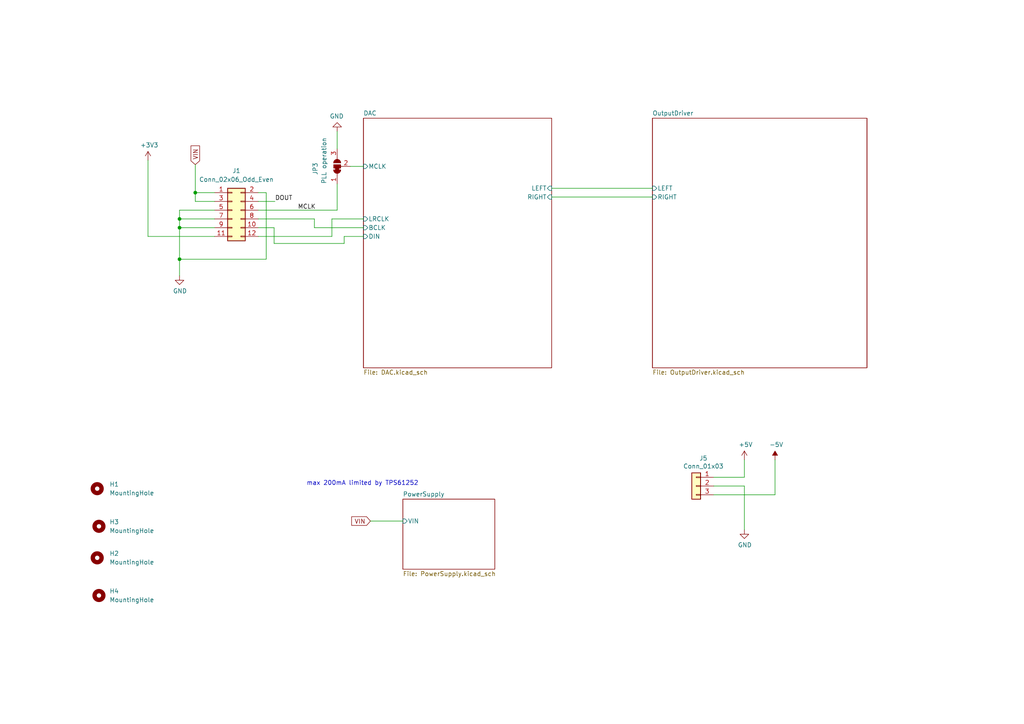
<source format=kicad_sch>
(kicad_sch (version 20211123) (generator eeschema)
  (paper "A4")
  (lib_symbols
    (symbol "Connector_Generic:Conn_01x03" (pin_names (offset 1.016) hide)
      (property "Reference" "J" (at 0 5.08 0))
      (property "Value" "Conn_01x03" (at 0 -5.08 0))
      (symbol "Conn_01x03_1_1"
        (rectangle (start -1.27 -2.413) (end 0 -2.667) (stroke (width 0.1524)))
        (rectangle (start -1.27 0.127) (end 0 -0.127) (stroke (width 0.1524)))
        (rectangle (start -1.27 2.667) (end 0 2.413) (stroke (width 0.1524)))
        (rectangle (start -1.27 3.81) (end 1.27 -3.81) (stroke (width 0.254)) (fill (type background)))
        (pin passive line (at -5.08 2.54 0) (length 3.81) (name "Pin_1") (number "1"))
        (pin passive line (at -5.08 0 0) (length 3.81) (name "Pin_2") (number "2"))
        (pin passive line (at -5.08 -2.54 0) (length 3.81) (name "Pin_3") (number "3"))
      )
    )
    (symbol "Connector_Generic:Conn_02x06_Odd_Even" (pin_names (offset 1.016) hide)
      (property "Reference" "J" (at 1.27 7.62 0))
      (property "Value" "Conn_02x06_Odd_Even" (at 1.27 -10.16 0))
      (symbol "Conn_02x06_Odd_Even_1_1"
        (rectangle (start -1.27 -7.493) (end 0 -7.747) (stroke (width 0.1524)))
        (rectangle (start -1.27 -4.953) (end 0 -5.207) (stroke (width 0.1524)))
        (rectangle (start -1.27 -2.413) (end 0 -2.667) (stroke (width 0.1524)))
        (rectangle (start -1.27 0.127) (end 0 -0.127) (stroke (width 0.1524)))
        (rectangle (start -1.27 2.667) (end 0 2.413) (stroke (width 0.1524)))
        (rectangle (start -1.27 5.207) (end 0 4.953) (stroke (width 0.1524)))
        (rectangle (start -1.27 6.35) (end 3.81 -8.89) (stroke (width 0.254)) (fill (type background)))
        (rectangle (start 3.81 -7.493) (end 2.54 -7.747) (stroke (width 0.1524)))
        (rectangle (start 3.81 -4.953) (end 2.54 -5.207) (stroke (width 0.1524)))
        (rectangle (start 3.81 -2.413) (end 2.54 -2.667) (stroke (width 0.1524)))
        (rectangle (start 3.81 0.127) (end 2.54 -0.127) (stroke (width 0.1524)))
        (rectangle (start 3.81 2.667) (end 2.54 2.413) (stroke (width 0.1524)))
        (rectangle (start 3.81 5.207) (end 2.54 4.953) (stroke (width 0.1524)))
        (pin passive line (at -5.08 5.08 0) (length 3.81) (name "Pin_1") (number "1"))
        (pin passive line (at 7.62 -5.08 180) (length 3.81) (name "Pin_10") (number "10"))
        (pin passive line (at -5.08 -7.62 0) (length 3.81) (name "Pin_11") (number "11"))
        (pin passive line (at 7.62 -7.62 180) (length 3.81) (name "Pin_12") (number "12"))
        (pin passive line (at 7.62 5.08 180) (length 3.81) (name "Pin_2") (number "2"))
        (pin passive line (at -5.08 2.54 0) (length 3.81) (name "Pin_3") (number "3"))
        (pin passive line (at 7.62 2.54 180) (length 3.81) (name "Pin_4") (number "4"))
        (pin passive line (at -5.08 0 0) (length 3.81) (name "Pin_5") (number "5"))
        (pin passive line (at 7.62 0 180) (length 3.81) (name "Pin_6") (number "6"))
        (pin passive line (at -5.08 -2.54 0) (length 3.81) (name "Pin_7") (number "7"))
        (pin passive line (at 7.62 -2.54 180) (length 3.81) (name "Pin_8") (number "8"))
        (pin passive line (at -5.08 -5.08 0) (length 3.81) (name "Pin_9") (number "9"))
      )
    )
    (symbol "Jumper:SolderJumper_3_Bridged12" (pin_names (offset 0) hide)
      (property "Reference" "JP" (at -2.54 -2.54 0))
      (property "Value" "SolderJumper_3_Bridged12" (at 0 2.794 0))
      (symbol "SolderJumper_3_Bridged12_0_1"
        (rectangle (start -1.016 0.508) (end -0.508 -0.508) (fill (type outline)))
        (arc (start -1.016 1.016) (mid -2.032 0) (end -1.016 -1.016))
        (arc (start -1.016 1.016) (mid -2.032 0) (end -1.016 -1.016) (fill (type outline)))
        (rectangle (start -0.508 1.016) (end 0.508 -1.016) (fill (type outline)))
        (polyline (pts (xy -2.54 0) (xy -2.032 0)))
        (polyline (pts (xy -1.016 1.016) (xy -1.016 -1.016)))
        (polyline (pts (xy 0 -1.27) (xy 0 -1.016)))
        (polyline (pts (xy 1.016 1.016) (xy 1.016 -1.016)))
        (polyline (pts (xy 2.54 0) (xy 2.032 0)))
        (arc (start 1.016 -1.016) (mid 2.032 0) (end 1.016 1.016))
        (arc (start 1.016 -1.016) (mid 2.032 0) (end 1.016 1.016) (fill (type outline)))
      )
      (symbol "SolderJumper_3_Bridged12_1_1"
        (pin passive line (at -5.08 0 0) (length 2.54) (name "A") (number "1"))
        (pin input line (at 0 -3.81 90) (length 2.54) (name "C") (number "2"))
        (pin passive line (at 5.08 0 180) (length 2.54) (name "B") (number "3"))
      )
    )
    (symbol "Mechanical:MountingHole" (pin_names (offset 1.016))
      (property "Reference" "H" (at 0 5.08 0))
      (property "Value" "MountingHole" (at 0 3.175 0))
      (symbol "MountingHole_0_1"
        (circle (center 0 0) (radius 1.27) (stroke (width 1.27)))
      )
    )
    (symbol "power:+3.3V" (power) (pin_names (offset 0))
      (property "Value" "+3.3V" (at 0 3.556 0))
      (symbol "+3.3V_0_1"
        (polyline (pts (xy -0.762 1.27) (xy 0 2.54)))
        (polyline (pts (xy 0 0) (xy 0 2.54)))
        (polyline (pts (xy 0 2.54) (xy 0.762 1.27)))
      )
      (symbol "+3.3V_1_1"
        (pin power_in line (at 0 0 90) (length 0) hide (name "+3V3") (number "1"))
      )
    )
    (symbol "power:+5V" (power) (pin_names (offset 0))
      (property "Value" "+5V" (at 0 3.556 0))
      (symbol "+5V_0_1"
        (polyline (pts (xy -0.762 1.27) (xy 0 2.54)))
        (polyline (pts (xy 0 0) (xy 0 2.54)))
        (polyline (pts (xy 0 2.54) (xy 0.762 1.27)))
      )
      (symbol "+5V_1_1"
        (pin power_in line (at 0 0 90) (length 0) hide (name "+5V") (number "1"))
      )
    )
    (symbol "power:-5V" (power) (pin_names (offset 0))
      (property "Value" "-5V" (at 0 3.81 0))
      (symbol "-5V_0_0"
        (pin power_in line (at 0 0 90) (length 0) hide (name "-5V") (number "1"))
      )
      (symbol "-5V_0_1"
        (polyline (pts (xy 0 0) (xy 0 1.27) (xy 0.762 1.27) (xy 0 2.54) (xy -0.762 1.27) (xy 0 1.27)) (fill (type outline)))
      )
    )
    (symbol "power:GND" (power) (pin_names (offset 0))
      (property "Value" "GND" (at 0 -3.81 0))
      (symbol "GND_0_1"
        (polyline (pts (xy 0 0) (xy 0 -1.27) (xy 1.27 -1.27) (xy 0 -2.54) (xy -1.27 -1.27) (xy 0 -1.27)))
      )
      (symbol "GND_1_1"
        (pin power_in line (at 0 0 270) (length 0) hide (name "GND") (number "1"))
      )
    )
  )
  (junction (at 52.07 63.5))
  (junction (at 56.642 55.88))
  (junction (at 52.07 66.04))
  (junction (at 52.07 75.184))
  (wire (pts (xy 160.02 54.61) (xy 189.23 54.61)))
  (wire (pts (xy 56.642 47.752) (xy 56.642 55.88)))
  (wire (pts (xy 74.93 66.04) (xy 79.502 66.04)))
  (wire (pts (xy 74.93 58.42) (xy 79.756 58.42)))
  (wire (pts (xy 77.216 75.184) (xy 52.07 75.184)))
  (wire (pts (xy 96.266 63.5) (xy 96.266 68.58)))
  (wire (pts (xy 79.502 66.04) (xy 79.502 70.612)))
  (wire (pts (xy 52.07 63.5) (xy 52.07 66.04)))
  (wire (pts (xy 107.442 151.13) (xy 116.84 151.13)))
  (wire (pts (xy 62.23 68.58) (xy 42.926 68.58)))
  (wire (pts (xy 56.642 55.88) (xy 62.23 55.88)))
  (wire (pts (xy 77.216 55.88) (xy 77.216 75.184)))
  (wire (pts (xy 207.01 138.43) (xy 215.9 138.43)))
  (wire (pts (xy 91.186 66.04) (xy 91.186 63.5)))
  (wire (pts (xy 62.23 58.42) (xy 56.642 58.42)))
  (wire (pts (xy 62.23 60.96) (xy 52.07 60.96)))
  (wire (pts (xy 207.01 143.51) (xy 224.79 143.51)))
  (wire (pts (xy 99.822 68.58) (xy 99.822 70.612)))
  (wire (pts (xy 91.186 63.5) (xy 74.93 63.5)))
  (wire (pts (xy 62.23 63.5) (xy 52.07 63.5)))
  (wire (pts (xy 52.07 60.96) (xy 52.07 63.5)))
  (wire (pts (xy 42.926 68.58) (xy 42.926 46.482)))
  (wire (pts (xy 62.23 66.04) (xy 52.07 66.04)))
  (wire (pts (xy 105.41 63.5) (xy 96.266 63.5)))
  (wire (pts (xy 52.07 75.184) (xy 52.07 80.01)))
  (wire (pts (xy 215.9 138.43) (xy 215.9 133.35)))
  (wire (pts (xy 105.41 66.04) (xy 91.186 66.04)))
  (wire (pts (xy 215.9 140.97) (xy 215.9 153.67)))
  (wire (pts (xy 97.79 60.96) (xy 97.79 53.34)))
  (wire (pts (xy 96.266 68.58) (xy 74.93 68.58)))
  (wire (pts (xy 74.93 55.88) (xy 77.216 55.88)))
  (wire (pts (xy 224.79 143.51) (xy 224.79 133.35)))
  (wire (pts (xy 99.822 68.58) (xy 105.41 68.58)))
  (wire (pts (xy 97.79 43.18) (xy 97.79 38.1)))
  (wire (pts (xy 52.07 66.04) (xy 52.07 75.184)))
  (wire (pts (xy 160.02 57.15) (xy 189.23 57.15)))
  (wire (pts (xy 99.822 70.612) (xy 79.502 70.612)))
  (wire (pts (xy 101.6 48.26) (xy 105.41 48.26)))
  (wire (pts (xy 56.642 55.88) (xy 56.642 58.42)))
  (wire (pts (xy 74.93 60.96) (xy 97.79 60.96)))
  (wire (pts (xy 207.01 140.97) (xy 215.9 140.97)))
  (text "max 200mA limited by TPS61252" (at 88.9 140.97 0) (effects (font (size 1.27 1.27)) (justify left bottom)))
  (label "MCLK" (at 86.36 60.96 0))
  (label "DOUT" (at 79.756 58.42 0))
  (global_label "VIN" (shape input) (at 56.642 47.752 90) (property "Intersheet References" "${INTERSHEET_REFS}" (effects hide)))
  (global_label "VIN" (shape input) (at 107.442 151.13 180) (property "Intersheet References" "${INTERSHEET_REFS}" (effects hide)))
  (symbol (lib_id "Connector_Generic:Conn_01x03") (at 201.93 140.97 0) (mirror y) (unit 1) (in_bom no)
    (property "Reference" "J5" (at 204.0128 132.9182 0))
    (property "Value" "Conn_01x03" (at 204.0128 135.2296 0))
    (property "Footprint" "Connector_PinHeader_2.54mm:PinHeader_1x03_P2.54mm_Vertical" (effects hide))
  )
  (symbol (lib_id "power:GND") (at 215.9 153.67 0) (unit 1)
    (property "Reference" "#PWR070" (effects hide))
    (property "Value" "GND" (at 216.027 158.0642 0))
  )
  (symbol (lib_id "power:+5V") (at 215.9 133.35 0) (unit 1)
    (property "Reference" "#PWR069" (effects hide))
    (property "Value" "+5V" (at 216.281 128.9558 0))
  )
  (symbol (lib_id "power:-5V") (at 224.79 133.35 0) (unit 1)
    (property "Reference" "#PWR071" (effects hide))
    (property "Value" "-5V" (at 225.171 128.9558 0))
  )
  (symbol (lib_id "power:+3.3V") (at 42.926 46.482 0) (unit 1)
    (property "Reference" "#PWR02" (effects hide))
    (property "Value" "+3.3V" (at 43.307 42.0878 0))
  )
  (symbol (lib_id "power:GND") (at 52.07 80.01 0) (unit 1)
    (property "Reference" "#PWR01" (effects hide))
    (property "Value" "GND" (at 52.197 84.4042 0))
  )
  (symbol (lib_id "Jumper:SolderJumper_3_Bridged12") (at 97.79 48.26 90) (unit 1)
    (property "Reference" "JP3" (at 91.44 50.8 0) (effects (justify left)))
    (property "Value" "PLL operation" (at 93.98 53.34 0) (effects (justify left)))
    (property "Footprint" "Jumper:SolderJumper-3_P1.3mm_Bridged12_Pad1.0x1.5mm" (effects hide))
  )
  (symbol (lib_id "power:GND") (at 97.79 38.1 180) (unit 1)
    (property "Reference" "#PWR04" (effects hide))
    (property "Value" "GND" (at 97.663 33.7058 0))
  )
  (symbol (lib_id "Mechanical:MountingHole") (at 28.194 161.798 0) (unit 1)
    (property "Reference" "H2" (at 31.75 160.5279 0) (effects (justify left)))
    (property "Value" "MountingHole" (at 31.75 163.0679 0) (effects (justify left)))
    (property "Footprint" "MountingHole:MountingHole_3.2mm_M3" (effects hide))
  )
  (symbol (lib_id "Mechanical:MountingHole") (at 28.702 152.654 0) (unit 1)
    (property "Reference" "H3" (at 31.75 151.3839 0) (effects (justify left)))
    (property "Value" "MountingHole" (at 31.75 153.9239 0) (effects (justify left)))
    (property "Footprint" "MountingHole:MountingHole_3.2mm_M3" (effects hide))
  )
  (symbol (lib_id "Connector_Generic:Conn_02x06_Odd_Even") (at 67.31 60.96 0) (unit 1)
    (property "Reference" "J1" (at 68.58 49.53 0))
    (property "Value" "Conn_02x06_Odd_Even" (at 68.58 52.07 0))
    (property "Footprint" "Connector_PinHeader_2.54mm:PinHeader_2x06_P2.54mm_Vertical" (effects hide))
  )
  (symbol (lib_id "Mechanical:MountingHole") (at 28.194 141.732 0) (unit 1)
    (property "Reference" "H1" (at 31.75 140.4619 0) (effects (justify left)))
    (property "Value" "MountingHole" (at 31.75 143.0019 0) (effects (justify left)))
    (property "Footprint" "MountingHole:MountingHole_3.2mm_M3" (effects hide))
  )
  (symbol (lib_id "Mechanical:MountingHole") (at 28.702 172.72 0) (unit 1)
    (property "Reference" "H4" (at 31.75 171.4499 0) (effects (justify left)))
    (property "Value" "MountingHole" (at 31.75 173.9899 0) (effects (justify left)))
    (property "Footprint" "MountingHole:MountingHole_3.2mm_M3" (effects hide))
  )
  (sheet (at 116.84 144.78) (size 26.67 20.32)
    (property "Sheet name" "PowerSupply" (at 116.84 144.0684 0) (effects (justify left bottom)))
    (property "Sheet file" "PowerSupply.kicad_sch" (at 116.84 165.6846 0) (effects (justify left top)))
    (pin "VIN" input (at 116.84 151.13 180))
  )
  (sheet (at 189.23 34.29) (size 62.23 72.39)
    (property "Sheet name" "OutputDriver" (at 189.23 33.5784 0) (effects (justify left bottom)))
    (property "Sheet file" "OutputDriver.kicad_sch" (at 189.23 107.2646 0) (effects (justify left top)))
    (pin "LEFT" input (at 189.23 54.61 180))
    (pin "RIGHT" input (at 189.23 57.15 180))
  )
  (sheet (at 105.41 34.29) (size 54.61 72.39)
    (property "Sheet name" "DAC" (at 105.41 33.5784 0) (effects (justify left bottom)))
    (property "Sheet file" "DAC.kicad_sch" (at 105.41 107.2646 0) (effects (justify left top)))
    (pin "LRCLK" input (at 105.41 63.5 180))
    (pin "DIN" input (at 105.41 68.58 180))
    (pin "BCLK" input (at 105.41 66.04 180))
    (pin "MCLK" input (at 105.41 48.26 180))
    (pin "LEFT" input (at 160.02 54.61 0))
    (pin "RIGHT" input (at 160.02 57.15 0))
  )
)
</source>
